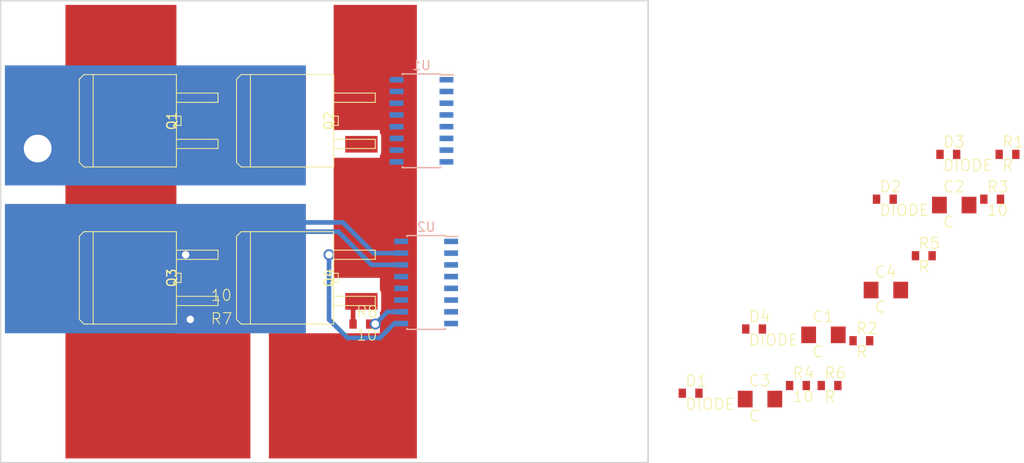
<source format=kicad_pcb>
(kicad_pcb (version 4) (host pcbnew 4.0.7)

  (general
    (links 35)
    (no_connects 27)
    (area -0.075001 -0.075001 50.075001 70.075001)
    (thickness 1.6)
    (drawings 4)
    (tracks 36)
    (zones 0)
    (modules 22)
    (nets 22)
  )

  (page A4)
  (layers
    (0 F.Cu signal)
    (31 B.Cu signal)
    (32 B.Adhes user)
    (33 F.Adhes user)
    (34 B.Paste user)
    (35 F.Paste user)
    (36 B.SilkS user)
    (37 F.SilkS user)
    (38 B.Mask user)
    (39 F.Mask user)
    (40 Dwgs.User user)
    (41 Cmts.User user)
    (42 Eco1.User user)
    (43 Eco2.User user)
    (44 Edge.Cuts user)
    (45 Margin user)
    (46 B.CrtYd user)
    (47 F.CrtYd user)
    (48 B.Fab user)
    (49 F.Fab user)
  )

  (setup
    (last_trace_width 0.5)
    (user_trace_width 0.5)
    (user_trace_width 1)
    (trace_clearance 0.2)
    (zone_clearance 0.38)
    (zone_45_only no)
    (trace_min 0.2)
    (segment_width 0.2)
    (edge_width 0.15)
    (via_size 0.6)
    (via_drill 0.4)
    (via_min_size 0.4)
    (via_min_drill 0.3)
    (user_via 1.2 0.8)
    (user_via 4 3)
    (uvia_size 0.3)
    (uvia_drill 0.1)
    (uvias_allowed no)
    (uvia_min_size 0.2)
    (uvia_min_drill 0.1)
    (pcb_text_width 0.3)
    (pcb_text_size 1.5 1.5)
    (mod_edge_width 0.15)
    (mod_text_size 1 1)
    (mod_text_width 0.15)
    (pad_size 1.524 1.524)
    (pad_drill 0.762)
    (pad_to_mask_clearance 0.2)
    (aux_axis_origin 0 0)
    (visible_elements 7FFFF7FF)
    (pcbplotparams
      (layerselection 0x00030_80000001)
      (usegerberextensions false)
      (excludeedgelayer true)
      (linewidth 0.100000)
      (plotframeref false)
      (viasonmask false)
      (mode 1)
      (useauxorigin false)
      (hpglpennumber 1)
      (hpglpenspeed 20)
      (hpglpendiameter 15)
      (hpglpenoverlay 2)
      (psnegative false)
      (psa4output false)
      (plotreference true)
      (plotvalue true)
      (plotinvisibletext false)
      (padsonsilk false)
      (subtractmaskfromsilk false)
      (outputformat 1)
      (mirror false)
      (drillshape 1)
      (scaleselection 1)
      (outputdirectory ""))
  )

  (net 0 "")
  (net 1 "Net-(C1-Pad1)")
  (net 2 "Net-(C2-Pad1)")
  (net 3 GNDPWR)
  (net 4 "Net-(C3-Pad1)")
  (net 5 "Net-(C4-Pad1)")
  (net 6 "Net-(D1-Pad2)")
  (net 7 "Net-(D2-Pad2)")
  (net 8 "Net-(D3-Pad2)")
  (net 9 "Net-(D4-Pad2)")
  (net 10 "Net-(Q1-PadG)")
  (net 11 +BATT)
  (net 12 "Net-(Q2-PadG)")
  (net 13 "Net-(Q3-PadG)")
  (net 14 "Net-(Q4-PadG)")
  (net 15 /GD_12V)
  (net 16 /OUT_A)
  (net 17 /OUT_B)
  (net 18 "Net-(R3-Pad2)")
  (net 19 "Net-(R4-Pad2)")
  (net 20 "Net-(R7-Pad2)")
  (net 21 "Net-(R8-Pad2)")

  (net_class Default "これは標準のネット クラスです。"
    (clearance 0.2)
    (trace_width 0.25)
    (via_dia 0.6)
    (via_drill 0.4)
    (uvia_dia 0.3)
    (uvia_drill 0.1)
    (add_net +BATT)
    (add_net /GD_12V)
    (add_net /OUT_A)
    (add_net /OUT_B)
    (add_net GNDPWR)
    (add_net "Net-(C1-Pad1)")
    (add_net "Net-(C2-Pad1)")
    (add_net "Net-(C3-Pad1)")
    (add_net "Net-(C4-Pad1)")
    (add_net "Net-(D1-Pad2)")
    (add_net "Net-(D2-Pad2)")
    (add_net "Net-(D3-Pad2)")
    (add_net "Net-(D4-Pad2)")
    (add_net "Net-(Q1-PadG)")
    (add_net "Net-(Q2-PadG)")
    (add_net "Net-(Q3-PadG)")
    (add_net "Net-(Q4-PadG)")
    (add_net "Net-(R3-Pad2)")
    (add_net "Net-(R4-Pad2)")
    (add_net "Net-(R7-Pad2)")
    (add_net "Net-(R8-Pad2)")
  )

  (module RP_KiCAD_Libs:C3216 (layer F.Cu) (tedit 0) (tstamp 58D1A076)
    (at 77.21 42.9194)
    (descr <b>CAPACITOR</b>)
    (path /58D11D28)
    (fp_text reference C1 (at -1.27 -1.27) (layer F.SilkS)
      (effects (font (size 1.2065 1.2065) (thickness 0.1016)) (justify left bottom))
    )
    (fp_text value C (at -1.27 2.54) (layer F.SilkS)
      (effects (font (size 1.2065 1.2065) (thickness 0.1016)) (justify left bottom))
    )
    (fp_line (start -0.965 -0.787) (end 0.965 -0.787) (layer Dwgs.User) (width 0.1016))
    (fp_line (start -0.965 0.787) (end 0.965 0.787) (layer Dwgs.User) (width 0.1016))
    (fp_poly (pts (xy -1.7018 0.8509) (xy -0.9517 0.8509) (xy -0.9517 -0.8491) (xy -1.7018 -0.8491)) (layer Dwgs.User) (width 0))
    (fp_poly (pts (xy 0.9517 0.8491) (xy 1.7018 0.8491) (xy 1.7018 -0.8509) (xy 0.9517 -0.8509)) (layer Dwgs.User) (width 0))
    (fp_poly (pts (xy -0.3 0.5001) (xy 0.3 0.5001) (xy 0.3 -0.5001) (xy -0.3 -0.5001)) (layer F.Adhes) (width 0))
    (pad 1 smd rect (at -1.6 0) (size 1.6 1.8) (layers F.Cu F.Paste F.Mask)
      (net 1 "Net-(C1-Pad1)"))
    (pad 2 smd rect (at 1.6 0) (size 1.6 1.8) (layers F.Cu F.Paste F.Mask)
      (net 16 /OUT_A))
    (model Resistors_SMD.3dshapes/R_1206.wrl
      (at (xyz 0 0 0))
      (scale (xyz 1 1 1))
      (rotate (xyz 0 0 0))
    )
  )

  (module RP_KiCAD_Libs:C3216 (layer F.Cu) (tedit 0) (tstamp 58D1A07C)
    (at 91.35 28.8694)
    (descr <b>CAPACITOR</b>)
    (path /58D121AD)
    (fp_text reference C2 (at -1.27 -1.27) (layer F.SilkS)
      (effects (font (size 1.2065 1.2065) (thickness 0.1016)) (justify left bottom))
    )
    (fp_text value C (at -1.27 2.54) (layer F.SilkS)
      (effects (font (size 1.2065 1.2065) (thickness 0.1016)) (justify left bottom))
    )
    (fp_line (start -0.965 -0.787) (end 0.965 -0.787) (layer Dwgs.User) (width 0.1016))
    (fp_line (start -0.965 0.787) (end 0.965 0.787) (layer Dwgs.User) (width 0.1016))
    (fp_poly (pts (xy -1.7018 0.8509) (xy -0.9517 0.8509) (xy -0.9517 -0.8491) (xy -1.7018 -0.8491)) (layer Dwgs.User) (width 0))
    (fp_poly (pts (xy 0.9517 0.8491) (xy 1.7018 0.8491) (xy 1.7018 -0.8509) (xy 0.9517 -0.8509)) (layer Dwgs.User) (width 0))
    (fp_poly (pts (xy -0.3 0.5001) (xy 0.3 0.5001) (xy 0.3 -0.5001) (xy -0.3 -0.5001)) (layer F.Adhes) (width 0))
    (pad 1 smd rect (at -1.6 0) (size 1.6 1.8) (layers F.Cu F.Paste F.Mask)
      (net 2 "Net-(C2-Pad1)"))
    (pad 2 smd rect (at 1.6 0) (size 1.6 1.8) (layers F.Cu F.Paste F.Mask)
      (net 3 GNDPWR))
    (model Resistors_SMD.3dshapes/R_1206.wrl
      (at (xyz 0 0 0))
      (scale (xyz 1 1 1))
      (rotate (xyz 0 0 0))
    )
  )

  (module RP_KiCAD_Libs:C3216 (layer F.Cu) (tedit 0) (tstamp 58D1A082)
    (at 70.35 49.8694)
    (descr <b>CAPACITOR</b>)
    (path /58D1AA0D)
    (fp_text reference C3 (at -1.27 -1.27) (layer F.SilkS)
      (effects (font (size 1.2065 1.2065) (thickness 0.1016)) (justify left bottom))
    )
    (fp_text value C (at -1.27 2.54) (layer F.SilkS)
      (effects (font (size 1.2065 1.2065) (thickness 0.1016)) (justify left bottom))
    )
    (fp_line (start -0.965 -0.787) (end 0.965 -0.787) (layer Dwgs.User) (width 0.1016))
    (fp_line (start -0.965 0.787) (end 0.965 0.787) (layer Dwgs.User) (width 0.1016))
    (fp_poly (pts (xy -1.7018 0.8509) (xy -0.9517 0.8509) (xy -0.9517 -0.8491) (xy -1.7018 -0.8491)) (layer Dwgs.User) (width 0))
    (fp_poly (pts (xy 0.9517 0.8491) (xy 1.7018 0.8491) (xy 1.7018 -0.8509) (xy 0.9517 -0.8509)) (layer Dwgs.User) (width 0))
    (fp_poly (pts (xy -0.3 0.5001) (xy 0.3 0.5001) (xy 0.3 -0.5001) (xy -0.3 -0.5001)) (layer F.Adhes) (width 0))
    (pad 1 smd rect (at -1.6 0) (size 1.6 1.8) (layers F.Cu F.Paste F.Mask)
      (net 4 "Net-(C3-Pad1)"))
    (pad 2 smd rect (at 1.6 0) (size 1.6 1.8) (layers F.Cu F.Paste F.Mask)
      (net 17 /OUT_B))
    (model Resistors_SMD.3dshapes/R_1206.wrl
      (at (xyz 0 0 0))
      (scale (xyz 1 1 1))
      (rotate (xyz 0 0 0))
    )
  )

  (module RP_KiCAD_Libs:C3216 (layer F.Cu) (tedit 0) (tstamp 58D1A088)
    (at 83.96 38.0694)
    (descr <b>CAPACITOR</b>)
    (path /58D1AA3F)
    (fp_text reference C4 (at -1.27 -1.27) (layer F.SilkS)
      (effects (font (size 1.2065 1.2065) (thickness 0.1016)) (justify left bottom))
    )
    (fp_text value C (at -1.27 2.54) (layer F.SilkS)
      (effects (font (size 1.2065 1.2065) (thickness 0.1016)) (justify left bottom))
    )
    (fp_line (start -0.965 -0.787) (end 0.965 -0.787) (layer Dwgs.User) (width 0.1016))
    (fp_line (start -0.965 0.787) (end 0.965 0.787) (layer Dwgs.User) (width 0.1016))
    (fp_poly (pts (xy -1.7018 0.8509) (xy -0.9517 0.8509) (xy -0.9517 -0.8491) (xy -1.7018 -0.8491)) (layer Dwgs.User) (width 0))
    (fp_poly (pts (xy 0.9517 0.8491) (xy 1.7018 0.8491) (xy 1.7018 -0.8509) (xy 0.9517 -0.8509)) (layer Dwgs.User) (width 0))
    (fp_poly (pts (xy -0.3 0.5001) (xy 0.3 0.5001) (xy 0.3 -0.5001) (xy -0.3 -0.5001)) (layer F.Adhes) (width 0))
    (pad 1 smd rect (at -1.6 0) (size 1.6 1.8) (layers F.Cu F.Paste F.Mask)
      (net 5 "Net-(C4-Pad1)"))
    (pad 2 smd rect (at 1.6 0) (size 1.6 1.8) (layers F.Cu F.Paste F.Mask)
      (net 3 GNDPWR))
    (model Resistors_SMD.3dshapes/R_1206.wrl
      (at (xyz 0 0 0))
      (scale (xyz 1 1 1))
      (rotate (xyz 0 0 0))
    )
  )

  (module RP_KiCAD_Libs:C1608_WP (layer F.Cu) (tedit 57C3E677) (tstamp 58D1A08E)
    (at 62.85 49.2344)
    (descr <b>CAPACITOR</b>)
    (path /58D11F41)
    (fp_text reference D1 (at -0.635 -0.635) (layer F.SilkS)
      (effects (font (size 1.2065 1.2065) (thickness 0.1016)) (justify left bottom))
    )
    (fp_text value DIODE (at -0.635 1.905) (layer F.SilkS)
      (effects (font (size 1.2065 1.2065) (thickness 0.1016)) (justify left bottom))
    )
    (fp_line (start -0.356 -0.432) (end 0.356 -0.432) (layer Dwgs.User) (width 0.1016))
    (fp_line (start -0.356 0.419) (end 0.356 0.419) (layer Dwgs.User) (width 0.1016))
    (fp_poly (pts (xy -0.8382 0.4699) (xy -0.3381 0.4699) (xy -0.3381 -0.4801) (xy -0.8382 -0.4801)) (layer Dwgs.User) (width 0))
    (fp_poly (pts (xy 0.3302 0.4699) (xy 0.8303 0.4699) (xy 0.8303 -0.4801) (xy 0.3302 -0.4801)) (layer Dwgs.User) (width 0))
    (fp_poly (pts (xy -0.1999 0.3) (xy 0.1999 0.3) (xy 0.1999 -0.3) (xy -0.1999 -0.3)) (layer F.Adhes) (width 0))
    (pad 1 smd rect (at -0.9 0) (size 0.8 1) (layers F.Cu F.Paste F.Mask)
      (net 1 "Net-(C1-Pad1)"))
    (pad 2 smd rect (at 0.9 0) (size 0.8 1) (layers F.Cu F.Paste F.Mask)
      (net 6 "Net-(D1-Pad2)"))
    (model Resistors_SMD.3dshapes/R_0603.wrl
      (at (xyz 0 0 0))
      (scale (xyz 1 1 1))
      (rotate (xyz 0 0 0))
    )
  )

  (module RP_KiCAD_Libs:C1608_WP (layer F.Cu) (tedit 57C3E677) (tstamp 58D1A094)
    (at 83.85 28.2344)
    (descr <b>CAPACITOR</b>)
    (path /58D121C4)
    (fp_text reference D2 (at -0.635 -0.635) (layer F.SilkS)
      (effects (font (size 1.2065 1.2065) (thickness 0.1016)) (justify left bottom))
    )
    (fp_text value DIODE (at -0.635 1.905) (layer F.SilkS)
      (effects (font (size 1.2065 1.2065) (thickness 0.1016)) (justify left bottom))
    )
    (fp_line (start -0.356 -0.432) (end 0.356 -0.432) (layer Dwgs.User) (width 0.1016))
    (fp_line (start -0.356 0.419) (end 0.356 0.419) (layer Dwgs.User) (width 0.1016))
    (fp_poly (pts (xy -0.8382 0.4699) (xy -0.3381 0.4699) (xy -0.3381 -0.4801) (xy -0.8382 -0.4801)) (layer Dwgs.User) (width 0))
    (fp_poly (pts (xy 0.3302 0.4699) (xy 0.8303 0.4699) (xy 0.8303 -0.4801) (xy 0.3302 -0.4801)) (layer Dwgs.User) (width 0))
    (fp_poly (pts (xy -0.1999 0.3) (xy 0.1999 0.3) (xy 0.1999 -0.3) (xy -0.1999 -0.3)) (layer F.Adhes) (width 0))
    (pad 1 smd rect (at -0.9 0) (size 0.8 1) (layers F.Cu F.Paste F.Mask)
      (net 2 "Net-(C2-Pad1)"))
    (pad 2 smd rect (at 0.9 0) (size 0.8 1) (layers F.Cu F.Paste F.Mask)
      (net 7 "Net-(D2-Pad2)"))
    (model Resistors_SMD.3dshapes/R_0603.wrl
      (at (xyz 0 0 0))
      (scale (xyz 1 1 1))
      (rotate (xyz 0 0 0))
    )
  )

  (module RP_KiCAD_Libs:C1608_WP (layer F.Cu) (tedit 57C3E677) (tstamp 58D1A09A)
    (at 90.71 23.3844)
    (descr <b>CAPACITOR</b>)
    (path /58D1AA23)
    (fp_text reference D3 (at -0.635 -0.635) (layer F.SilkS)
      (effects (font (size 1.2065 1.2065) (thickness 0.1016)) (justify left bottom))
    )
    (fp_text value DIODE (at -0.635 1.905) (layer F.SilkS)
      (effects (font (size 1.2065 1.2065) (thickness 0.1016)) (justify left bottom))
    )
    (fp_line (start -0.356 -0.432) (end 0.356 -0.432) (layer Dwgs.User) (width 0.1016))
    (fp_line (start -0.356 0.419) (end 0.356 0.419) (layer Dwgs.User) (width 0.1016))
    (fp_poly (pts (xy -0.8382 0.4699) (xy -0.3381 0.4699) (xy -0.3381 -0.4801) (xy -0.8382 -0.4801)) (layer Dwgs.User) (width 0))
    (fp_poly (pts (xy 0.3302 0.4699) (xy 0.8303 0.4699) (xy 0.8303 -0.4801) (xy 0.3302 -0.4801)) (layer Dwgs.User) (width 0))
    (fp_poly (pts (xy -0.1999 0.3) (xy 0.1999 0.3) (xy 0.1999 -0.3) (xy -0.1999 -0.3)) (layer F.Adhes) (width 0))
    (pad 1 smd rect (at -0.9 0) (size 0.8 1) (layers F.Cu F.Paste F.Mask)
      (net 4 "Net-(C3-Pad1)"))
    (pad 2 smd rect (at 0.9 0) (size 0.8 1) (layers F.Cu F.Paste F.Mask)
      (net 8 "Net-(D3-Pad2)"))
    (model Resistors_SMD.3dshapes/R_0603.wrl
      (at (xyz 0 0 0))
      (scale (xyz 1 1 1))
      (rotate (xyz 0 0 0))
    )
  )

  (module RP_KiCAD_Libs:C1608_WP (layer F.Cu) (tedit 57C3E677) (tstamp 58D1A0A0)
    (at 69.71 42.2844)
    (descr <b>CAPACITOR</b>)
    (path /58D1AA55)
    (fp_text reference D4 (at -0.635 -0.635) (layer F.SilkS)
      (effects (font (size 1.2065 1.2065) (thickness 0.1016)) (justify left bottom))
    )
    (fp_text value DIODE (at -0.635 1.905) (layer F.SilkS)
      (effects (font (size 1.2065 1.2065) (thickness 0.1016)) (justify left bottom))
    )
    (fp_line (start -0.356 -0.432) (end 0.356 -0.432) (layer Dwgs.User) (width 0.1016))
    (fp_line (start -0.356 0.419) (end 0.356 0.419) (layer Dwgs.User) (width 0.1016))
    (fp_poly (pts (xy -0.8382 0.4699) (xy -0.3381 0.4699) (xy -0.3381 -0.4801) (xy -0.8382 -0.4801)) (layer Dwgs.User) (width 0))
    (fp_poly (pts (xy 0.3302 0.4699) (xy 0.8303 0.4699) (xy 0.8303 -0.4801) (xy 0.3302 -0.4801)) (layer Dwgs.User) (width 0))
    (fp_poly (pts (xy -0.1999 0.3) (xy 0.1999 0.3) (xy 0.1999 -0.3) (xy -0.1999 -0.3)) (layer F.Adhes) (width 0))
    (pad 1 smd rect (at -0.9 0) (size 0.8 1) (layers F.Cu F.Paste F.Mask)
      (net 5 "Net-(C4-Pad1)"))
    (pad 2 smd rect (at 0.9 0) (size 0.8 1) (layers F.Cu F.Paste F.Mask)
      (net 9 "Net-(D4-Pad2)"))
    (model Resistors_SMD.3dshapes/R_0603.wrl
      (at (xyz 0 0 0))
      (scale (xyz 1 1 1))
      (rotate (xyz 0 0 0))
    )
  )

  (module TO_SOT_Packages_SMD:D2-PAK_compact (layer F.Cu) (tedit 58946811) (tstamp 58D1A0BF)
    (at 7.25 19.75 90)
    (descr D2Pak_compact)
    (path /58D11C89)
    (attr smd)
    (fp_text reference Q1 (at 0 -0.5 90) (layer F.SilkS)
      (effects (font (size 1 1) (thickness 0.15)))
    )
    (fp_text value MOSFET_N (at 0 -2 90) (layer F.Fab)
      (effects (font (size 1 1) (thickness 0.15)))
    )
    (fp_line (start -0.5 0) (end -0.5 0.5) (layer F.SilkS) (width 0.1))
    (fp_line (start -0.5 0.5) (end 0.5 0.5) (layer F.SilkS) (width 0.1))
    (fp_line (start 0.5 0.5) (end 0.5 0) (layer F.SilkS) (width 0.1))
    (fp_line (start 2 0) (end 2 4.5) (layer F.SilkS) (width 0.1))
    (fp_line (start 2 4.5) (end 3 4.5) (layer F.SilkS) (width 0.1))
    (fp_line (start 3 4.5) (end 3 0) (layer F.SilkS) (width 0.1))
    (fp_line (start -3 0) (end -3 4.5) (layer F.SilkS) (width 0.1))
    (fp_line (start -3 4.5) (end -2 4.5) (layer F.SilkS) (width 0.1))
    (fp_line (start -2 4.5) (end -2 0) (layer F.SilkS) (width 0.1))
    (fp_line (start 4.5 -10.5) (end -4.5 -10.5) (layer F.SilkS) (width 0.1))
    (fp_line (start -4.5 -10.5) (end -5 -10) (layer F.SilkS) (width 0.1))
    (fp_line (start 5 -10) (end 4.5 -10.5) (layer F.SilkS) (width 0.1))
    (fp_line (start 5 -9) (end 5 -10) (layer F.SilkS) (width 0.1))
    (fp_line (start -5 -9) (end -5 -10) (layer F.SilkS) (width 0.1))
    (fp_line (start -5 -9) (end -5 0) (layer F.SilkS) (width 0.1))
    (fp_line (start 5 -9) (end -5 -9) (layer F.SilkS) (width 0.1))
    (fp_line (start 5 0) (end 5 -9) (layer F.SilkS) (width 0.1))
    (fp_line (start 5 0) (end -5 0) (layer F.SilkS) (width 0.1))
    (pad G smd rect (at -2.54 3 90) (size 1.8 3.5) (layers F.Cu F.Paste F.Mask)
      (net 10 "Net-(Q1-PadG)"))
    (pad S smd rect (at 2.54 3 90) (size 3 3.5) (layers F.Cu F.Paste F.Mask)
      (net 16 /OUT_A))
    (pad D smd rect (at 0 -7 90) (size 10 8) (layers F.Cu F.Paste F.Mask)
      (net 11 +BATT))
    (model TO_SOT_Packages_SMD.3dshapes/SOT-404.wrl
      (at (xyz 0 0.075 0))
      (scale (xyz 1 1 1))
      (rotate (xyz 0 0 0))
    )
  )

  (module TO_SOT_Packages_SMD:D2-PAK_compact (layer F.Cu) (tedit 58946811) (tstamp 58D1A0C6)
    (at 24.25 19.75 90)
    (descr D2Pak_compact)
    (path /58D121A1)
    (attr smd)
    (fp_text reference Q2 (at 0 -0.5 90) (layer F.SilkS)
      (effects (font (size 1 1) (thickness 0.15)))
    )
    (fp_text value MOSFET_N (at 0 -2 90) (layer F.Fab)
      (effects (font (size 1 1) (thickness 0.15)))
    )
    (fp_line (start -0.5 0) (end -0.5 0.5) (layer F.SilkS) (width 0.1))
    (fp_line (start -0.5 0.5) (end 0.5 0.5) (layer F.SilkS) (width 0.1))
    (fp_line (start 0.5 0.5) (end 0.5 0) (layer F.SilkS) (width 0.1))
    (fp_line (start 2 0) (end 2 4.5) (layer F.SilkS) (width 0.1))
    (fp_line (start 2 4.5) (end 3 4.5) (layer F.SilkS) (width 0.1))
    (fp_line (start 3 4.5) (end 3 0) (layer F.SilkS) (width 0.1))
    (fp_line (start -3 0) (end -3 4.5) (layer F.SilkS) (width 0.1))
    (fp_line (start -3 4.5) (end -2 4.5) (layer F.SilkS) (width 0.1))
    (fp_line (start -2 4.5) (end -2 0) (layer F.SilkS) (width 0.1))
    (fp_line (start 4.5 -10.5) (end -4.5 -10.5) (layer F.SilkS) (width 0.1))
    (fp_line (start -4.5 -10.5) (end -5 -10) (layer F.SilkS) (width 0.1))
    (fp_line (start 5 -10) (end 4.5 -10.5) (layer F.SilkS) (width 0.1))
    (fp_line (start 5 -9) (end 5 -10) (layer F.SilkS) (width 0.1))
    (fp_line (start -5 -9) (end -5 -10) (layer F.SilkS) (width 0.1))
    (fp_line (start -5 -9) (end -5 0) (layer F.SilkS) (width 0.1))
    (fp_line (start 5 -9) (end -5 -9) (layer F.SilkS) (width 0.1))
    (fp_line (start 5 0) (end 5 -9) (layer F.SilkS) (width 0.1))
    (fp_line (start 5 0) (end -5 0) (layer F.SilkS) (width 0.1))
    (pad G smd rect (at -2.54 3 90) (size 1.8 3.5) (layers F.Cu F.Paste F.Mask)
      (net 12 "Net-(Q2-PadG)"))
    (pad S smd rect (at 2.54 3 90) (size 3 3.5) (layers F.Cu F.Paste F.Mask)
      (net 3 GNDPWR))
    (pad D smd rect (at 0 -7 90) (size 10 8) (layers F.Cu F.Paste F.Mask)
      (net 16 /OUT_A))
    (model TO_SOT_Packages_SMD.3dshapes/SOT-404.wrl
      (at (xyz 0 0.075 0))
      (scale (xyz 1 1 1))
      (rotate (xyz 0 0 0))
    )
  )

  (module TO_SOT_Packages_SMD:D2-PAK_compact (layer F.Cu) (tedit 58946811) (tstamp 58D1A0CD)
    (at 7.25 36.75 90)
    (descr D2Pak_compact)
    (path /58D1AA01)
    (attr smd)
    (fp_text reference Q3 (at 0 -0.5 90) (layer F.SilkS)
      (effects (font (size 1 1) (thickness 0.15)))
    )
    (fp_text value MOSFET_N (at 0 -2 90) (layer F.Fab)
      (effects (font (size 1 1) (thickness 0.15)))
    )
    (fp_line (start -0.5 0) (end -0.5 0.5) (layer F.SilkS) (width 0.1))
    (fp_line (start -0.5 0.5) (end 0.5 0.5) (layer F.SilkS) (width 0.1))
    (fp_line (start 0.5 0.5) (end 0.5 0) (layer F.SilkS) (width 0.1))
    (fp_line (start 2 0) (end 2 4.5) (layer F.SilkS) (width 0.1))
    (fp_line (start 2 4.5) (end 3 4.5) (layer F.SilkS) (width 0.1))
    (fp_line (start 3 4.5) (end 3 0) (layer F.SilkS) (width 0.1))
    (fp_line (start -3 0) (end -3 4.5) (layer F.SilkS) (width 0.1))
    (fp_line (start -3 4.5) (end -2 4.5) (layer F.SilkS) (width 0.1))
    (fp_line (start -2 4.5) (end -2 0) (layer F.SilkS) (width 0.1))
    (fp_line (start 4.5 -10.5) (end -4.5 -10.5) (layer F.SilkS) (width 0.1))
    (fp_line (start -4.5 -10.5) (end -5 -10) (layer F.SilkS) (width 0.1))
    (fp_line (start 5 -10) (end 4.5 -10.5) (layer F.SilkS) (width 0.1))
    (fp_line (start 5 -9) (end 5 -10) (layer F.SilkS) (width 0.1))
    (fp_line (start -5 -9) (end -5 -10) (layer F.SilkS) (width 0.1))
    (fp_line (start -5 -9) (end -5 0) (layer F.SilkS) (width 0.1))
    (fp_line (start 5 -9) (end -5 -9) (layer F.SilkS) (width 0.1))
    (fp_line (start 5 0) (end 5 -9) (layer F.SilkS) (width 0.1))
    (fp_line (start 5 0) (end -5 0) (layer F.SilkS) (width 0.1))
    (pad G smd rect (at -2.54 3 90) (size 1.8 3.5) (layers F.Cu F.Paste F.Mask)
      (net 13 "Net-(Q3-PadG)"))
    (pad S smd rect (at 2.54 3 90) (size 3 3.5) (layers F.Cu F.Paste F.Mask)
      (net 17 /OUT_B))
    (pad D smd rect (at 0 -7 90) (size 10 8) (layers F.Cu F.Paste F.Mask)
      (net 11 +BATT))
    (model TO_SOT_Packages_SMD.3dshapes/SOT-404.wrl
      (at (xyz 0 0.075 0))
      (scale (xyz 1 1 1))
      (rotate (xyz 0 0 0))
    )
  )

  (module TO_SOT_Packages_SMD:D2-PAK_compact (layer F.Cu) (tedit 58946811) (tstamp 58D1A0D4)
    (at 24.25 36.75 90)
    (descr D2Pak_compact)
    (path /58D1AA33)
    (attr smd)
    (fp_text reference Q4 (at 0 -0.5 90) (layer F.SilkS)
      (effects (font (size 1 1) (thickness 0.15)))
    )
    (fp_text value MOSFET_N (at 0 -2 90) (layer F.Fab)
      (effects (font (size 1 1) (thickness 0.15)))
    )
    (fp_line (start -0.5 0) (end -0.5 0.5) (layer F.SilkS) (width 0.1))
    (fp_line (start -0.5 0.5) (end 0.5 0.5) (layer F.SilkS) (width 0.1))
    (fp_line (start 0.5 0.5) (end 0.5 0) (layer F.SilkS) (width 0.1))
    (fp_line (start 2 0) (end 2 4.5) (layer F.SilkS) (width 0.1))
    (fp_line (start 2 4.5) (end 3 4.5) (layer F.SilkS) (width 0.1))
    (fp_line (start 3 4.5) (end 3 0) (layer F.SilkS) (width 0.1))
    (fp_line (start -3 0) (end -3 4.5) (layer F.SilkS) (width 0.1))
    (fp_line (start -3 4.5) (end -2 4.5) (layer F.SilkS) (width 0.1))
    (fp_line (start -2 4.5) (end -2 0) (layer F.SilkS) (width 0.1))
    (fp_line (start 4.5 -10.5) (end -4.5 -10.5) (layer F.SilkS) (width 0.1))
    (fp_line (start -4.5 -10.5) (end -5 -10) (layer F.SilkS) (width 0.1))
    (fp_line (start 5 -10) (end 4.5 -10.5) (layer F.SilkS) (width 0.1))
    (fp_line (start 5 -9) (end 5 -10) (layer F.SilkS) (width 0.1))
    (fp_line (start -5 -9) (end -5 -10) (layer F.SilkS) (width 0.1))
    (fp_line (start -5 -9) (end -5 0) (layer F.SilkS) (width 0.1))
    (fp_line (start 5 -9) (end -5 -9) (layer F.SilkS) (width 0.1))
    (fp_line (start 5 0) (end 5 -9) (layer F.SilkS) (width 0.1))
    (fp_line (start 5 0) (end -5 0) (layer F.SilkS) (width 0.1))
    (pad G smd rect (at -2.54 3 90) (size 1.8 3.5) (layers F.Cu F.Paste F.Mask)
      (net 14 "Net-(Q4-PadG)"))
    (pad S smd rect (at 2.54 3 90) (size 3 3.5) (layers F.Cu F.Paste F.Mask)
      (net 3 GNDPWR))
    (pad D smd rect (at 0 -7 90) (size 10 8) (layers F.Cu F.Paste F.Mask)
      (net 17 /OUT_B))
    (model TO_SOT_Packages_SMD.3dshapes/SOT-404.wrl
      (at (xyz 0 0.075 0))
      (scale (xyz 1 1 1))
      (rotate (xyz 0 0 0))
    )
  )

  (module RP_KiCAD_Libs:C1608_WP (layer F.Cu) (tedit 57C3E677) (tstamp 58D1A0DA)
    (at 97.11 23.3844)
    (descr <b>CAPACITOR</b>)
    (path /58D12009)
    (fp_text reference R1 (at -0.635 -0.635) (layer F.SilkS)
      (effects (font (size 1.2065 1.2065) (thickness 0.1016)) (justify left bottom))
    )
    (fp_text value R (at -0.635 1.905) (layer F.SilkS)
      (effects (font (size 1.2065 1.2065) (thickness 0.1016)) (justify left bottom))
    )
    (fp_line (start -0.356 -0.432) (end 0.356 -0.432) (layer Dwgs.User) (width 0.1016))
    (fp_line (start -0.356 0.419) (end 0.356 0.419) (layer Dwgs.User) (width 0.1016))
    (fp_poly (pts (xy -0.8382 0.4699) (xy -0.3381 0.4699) (xy -0.3381 -0.4801) (xy -0.8382 -0.4801)) (layer Dwgs.User) (width 0))
    (fp_poly (pts (xy 0.3302 0.4699) (xy 0.8303 0.4699) (xy 0.8303 -0.4801) (xy 0.3302 -0.4801)) (layer Dwgs.User) (width 0))
    (fp_poly (pts (xy -0.1999 0.3) (xy 0.1999 0.3) (xy 0.1999 -0.3) (xy -0.1999 -0.3)) (layer F.Adhes) (width 0))
    (pad 1 smd rect (at -0.9 0) (size 0.8 1) (layers F.Cu F.Paste F.Mask)
      (net 15 /GD_12V))
    (pad 2 smd rect (at 0.9 0) (size 0.8 1) (layers F.Cu F.Paste F.Mask)
      (net 6 "Net-(D1-Pad2)"))
    (model Resistors_SMD.3dshapes/R_0603.wrl
      (at (xyz 0 0 0))
      (scale (xyz 1 1 1))
      (rotate (xyz 0 0 0))
    )
  )

  (module RP_KiCAD_Libs:C1608_WP (layer F.Cu) (tedit 57C3E677) (tstamp 58D1A0E0)
    (at 81.31 43.5544)
    (descr <b>CAPACITOR</b>)
    (path /58D121CB)
    (fp_text reference R2 (at -0.635 -0.635) (layer F.SilkS)
      (effects (font (size 1.2065 1.2065) (thickness 0.1016)) (justify left bottom))
    )
    (fp_text value R (at -0.635 1.905) (layer F.SilkS)
      (effects (font (size 1.2065 1.2065) (thickness 0.1016)) (justify left bottom))
    )
    (fp_line (start -0.356 -0.432) (end 0.356 -0.432) (layer Dwgs.User) (width 0.1016))
    (fp_line (start -0.356 0.419) (end 0.356 0.419) (layer Dwgs.User) (width 0.1016))
    (fp_poly (pts (xy -0.8382 0.4699) (xy -0.3381 0.4699) (xy -0.3381 -0.4801) (xy -0.8382 -0.4801)) (layer Dwgs.User) (width 0))
    (fp_poly (pts (xy 0.3302 0.4699) (xy 0.8303 0.4699) (xy 0.8303 -0.4801) (xy 0.3302 -0.4801)) (layer Dwgs.User) (width 0))
    (fp_poly (pts (xy -0.1999 0.3) (xy 0.1999 0.3) (xy 0.1999 -0.3) (xy -0.1999 -0.3)) (layer F.Adhes) (width 0))
    (pad 1 smd rect (at -0.9 0) (size 0.8 1) (layers F.Cu F.Paste F.Mask)
      (net 15 /GD_12V))
    (pad 2 smd rect (at 0.9 0) (size 0.8 1) (layers F.Cu F.Paste F.Mask)
      (net 7 "Net-(D2-Pad2)"))
    (model Resistors_SMD.3dshapes/R_0603.wrl
      (at (xyz 0 0 0))
      (scale (xyz 1 1 1))
      (rotate (xyz 0 0 0))
    )
  )

  (module RP_KiCAD_Libs:C1608_WP (layer F.Cu) (tedit 57C3E677) (tstamp 58D1A0E6)
    (at 95.45 28.2344)
    (descr <b>CAPACITOR</b>)
    (path /58D11E3E)
    (fp_text reference R3 (at -0.635 -0.635) (layer F.SilkS)
      (effects (font (size 1.2065 1.2065) (thickness 0.1016)) (justify left bottom))
    )
    (fp_text value 10 (at -0.635 1.905) (layer F.SilkS)
      (effects (font (size 1.2065 1.2065) (thickness 0.1016)) (justify left bottom))
    )
    (fp_line (start -0.356 -0.432) (end 0.356 -0.432) (layer Dwgs.User) (width 0.1016))
    (fp_line (start -0.356 0.419) (end 0.356 0.419) (layer Dwgs.User) (width 0.1016))
    (fp_poly (pts (xy -0.8382 0.4699) (xy -0.3381 0.4699) (xy -0.3381 -0.4801) (xy -0.8382 -0.4801)) (layer Dwgs.User) (width 0))
    (fp_poly (pts (xy 0.3302 0.4699) (xy 0.8303 0.4699) (xy 0.8303 -0.4801) (xy 0.3302 -0.4801)) (layer Dwgs.User) (width 0))
    (fp_poly (pts (xy -0.1999 0.3) (xy 0.1999 0.3) (xy 0.1999 -0.3) (xy -0.1999 -0.3)) (layer F.Adhes) (width 0))
    (pad 1 smd rect (at -0.9 0) (size 0.8 1) (layers F.Cu F.Paste F.Mask)
      (net 10 "Net-(Q1-PadG)"))
    (pad 2 smd rect (at 0.9 0) (size 0.8 1) (layers F.Cu F.Paste F.Mask)
      (net 18 "Net-(R3-Pad2)"))
    (model Resistors_SMD.3dshapes/R_0603.wrl
      (at (xyz 0 0 0))
      (scale (xyz 1 1 1))
      (rotate (xyz 0 0 0))
    )
  )

  (module RP_KiCAD_Libs:C1608_WP (layer F.Cu) (tedit 57C3E677) (tstamp 58D1A0EC)
    (at 74.45 48.4044)
    (descr <b>CAPACITOR</b>)
    (path /58D121BB)
    (fp_text reference R4 (at -0.635 -0.635) (layer F.SilkS)
      (effects (font (size 1.2065 1.2065) (thickness 0.1016)) (justify left bottom))
    )
    (fp_text value 10 (at -0.635 1.905) (layer F.SilkS)
      (effects (font (size 1.2065 1.2065) (thickness 0.1016)) (justify left bottom))
    )
    (fp_line (start -0.356 -0.432) (end 0.356 -0.432) (layer Dwgs.User) (width 0.1016))
    (fp_line (start -0.356 0.419) (end 0.356 0.419) (layer Dwgs.User) (width 0.1016))
    (fp_poly (pts (xy -0.8382 0.4699) (xy -0.3381 0.4699) (xy -0.3381 -0.4801) (xy -0.8382 -0.4801)) (layer Dwgs.User) (width 0))
    (fp_poly (pts (xy 0.3302 0.4699) (xy 0.8303 0.4699) (xy 0.8303 -0.4801) (xy 0.3302 -0.4801)) (layer Dwgs.User) (width 0))
    (fp_poly (pts (xy -0.1999 0.3) (xy 0.1999 0.3) (xy 0.1999 -0.3) (xy -0.1999 -0.3)) (layer F.Adhes) (width 0))
    (pad 1 smd rect (at -0.9 0) (size 0.8 1) (layers F.Cu F.Paste F.Mask)
      (net 12 "Net-(Q2-PadG)"))
    (pad 2 smd rect (at 0.9 0) (size 0.8 1) (layers F.Cu F.Paste F.Mask)
      (net 19 "Net-(R4-Pad2)"))
    (model Resistors_SMD.3dshapes/R_0603.wrl
      (at (xyz 0 0 0))
      (scale (xyz 1 1 1))
      (rotate (xyz 0 0 0))
    )
  )

  (module RP_KiCAD_Libs:C1608_WP (layer F.Cu) (tedit 57C3E677) (tstamp 58D1A0F2)
    (at 88.06 34.3544)
    (descr <b>CAPACITOR</b>)
    (path /58D1AA2A)
    (fp_text reference R5 (at -0.635 -0.635) (layer F.SilkS)
      (effects (font (size 1.2065 1.2065) (thickness 0.1016)) (justify left bottom))
    )
    (fp_text value R (at -0.635 1.905) (layer F.SilkS)
      (effects (font (size 1.2065 1.2065) (thickness 0.1016)) (justify left bottom))
    )
    (fp_line (start -0.356 -0.432) (end 0.356 -0.432) (layer Dwgs.User) (width 0.1016))
    (fp_line (start -0.356 0.419) (end 0.356 0.419) (layer Dwgs.User) (width 0.1016))
    (fp_poly (pts (xy -0.8382 0.4699) (xy -0.3381 0.4699) (xy -0.3381 -0.4801) (xy -0.8382 -0.4801)) (layer Dwgs.User) (width 0))
    (fp_poly (pts (xy 0.3302 0.4699) (xy 0.8303 0.4699) (xy 0.8303 -0.4801) (xy 0.3302 -0.4801)) (layer Dwgs.User) (width 0))
    (fp_poly (pts (xy -0.1999 0.3) (xy 0.1999 0.3) (xy 0.1999 -0.3) (xy -0.1999 -0.3)) (layer F.Adhes) (width 0))
    (pad 1 smd rect (at -0.9 0) (size 0.8 1) (layers F.Cu F.Paste F.Mask)
      (net 15 /GD_12V))
    (pad 2 smd rect (at 0.9 0) (size 0.8 1) (layers F.Cu F.Paste F.Mask)
      (net 8 "Net-(D3-Pad2)"))
    (model Resistors_SMD.3dshapes/R_0603.wrl
      (at (xyz 0 0 0))
      (scale (xyz 1 1 1))
      (rotate (xyz 0 0 0))
    )
  )

  (module RP_KiCAD_Libs:C1608_WP (layer F.Cu) (tedit 57C3E677) (tstamp 58D1A0F8)
    (at 77.87 48.4044)
    (descr <b>CAPACITOR</b>)
    (path /58D1AA5C)
    (fp_text reference R6 (at -0.635 -0.635) (layer F.SilkS)
      (effects (font (size 1.2065 1.2065) (thickness 0.1016)) (justify left bottom))
    )
    (fp_text value R (at -0.635 1.905) (layer F.SilkS)
      (effects (font (size 1.2065 1.2065) (thickness 0.1016)) (justify left bottom))
    )
    (fp_line (start -0.356 -0.432) (end 0.356 -0.432) (layer Dwgs.User) (width 0.1016))
    (fp_line (start -0.356 0.419) (end 0.356 0.419) (layer Dwgs.User) (width 0.1016))
    (fp_poly (pts (xy -0.8382 0.4699) (xy -0.3381 0.4699) (xy -0.3381 -0.4801) (xy -0.8382 -0.4801)) (layer Dwgs.User) (width 0))
    (fp_poly (pts (xy 0.3302 0.4699) (xy 0.8303 0.4699) (xy 0.8303 -0.4801) (xy 0.3302 -0.4801)) (layer Dwgs.User) (width 0))
    (fp_poly (pts (xy -0.1999 0.3) (xy 0.1999 0.3) (xy 0.1999 -0.3) (xy -0.1999 -0.3)) (layer F.Adhes) (width 0))
    (pad 1 smd rect (at -0.9 0) (size 0.8 1) (layers F.Cu F.Paste F.Mask)
      (net 15 /GD_12V))
    (pad 2 smd rect (at 0.9 0) (size 0.8 1) (layers F.Cu F.Paste F.Mask)
      (net 9 "Net-(D4-Pad2)"))
    (model Resistors_SMD.3dshapes/R_0603.wrl
      (at (xyz 0 0 0))
      (scale (xyz 1 1 1))
      (rotate (xyz 0 0 0))
    )
  )

  (module RP_KiCAD_Libs:C1608_WP (layer F.Cu) (tedit 57C3E677) (tstamp 58D1A0FE)
    (at 10.25 41.25 180)
    (descr <b>CAPACITOR</b>)
    (path /58D1AA1A)
    (fp_text reference R7 (at -0.635 -0.635 180) (layer F.SilkS)
      (effects (font (size 1.2065 1.2065) (thickness 0.1016)) (justify left bottom))
    )
    (fp_text value 10 (at -0.635 1.905 180) (layer F.SilkS)
      (effects (font (size 1.2065 1.2065) (thickness 0.1016)) (justify left bottom))
    )
    (fp_line (start -0.356 -0.432) (end 0.356 -0.432) (layer Dwgs.User) (width 0.1016))
    (fp_line (start -0.356 0.419) (end 0.356 0.419) (layer Dwgs.User) (width 0.1016))
    (fp_poly (pts (xy -0.8382 0.4699) (xy -0.3381 0.4699) (xy -0.3381 -0.4801) (xy -0.8382 -0.4801)) (layer Dwgs.User) (width 0))
    (fp_poly (pts (xy 0.3302 0.4699) (xy 0.8303 0.4699) (xy 0.8303 -0.4801) (xy 0.3302 -0.4801)) (layer Dwgs.User) (width 0))
    (fp_poly (pts (xy -0.1999 0.3) (xy 0.1999 0.3) (xy 0.1999 -0.3) (xy -0.1999 -0.3)) (layer F.Adhes) (width 0))
    (pad 1 smd rect (at -0.9 0 180) (size 0.8 1) (layers F.Cu F.Paste F.Mask)
      (net 13 "Net-(Q3-PadG)"))
    (pad 2 smd rect (at 0.9 0 180) (size 0.8 1) (layers F.Cu F.Paste F.Mask)
      (net 20 "Net-(R7-Pad2)"))
    (model Resistors_SMD.3dshapes/R_0603.wrl
      (at (xyz 0 0 0))
      (scale (xyz 1 1 1))
      (rotate (xyz 0 0 0))
    )
  )

  (module RP_KiCAD_Libs:C1608_WP (layer F.Cu) (tedit 57C3E677) (tstamp 58D1A104)
    (at 27.25 41.75)
    (descr <b>CAPACITOR</b>)
    (path /58D1AA4C)
    (fp_text reference R8 (at -0.635 -0.635) (layer F.SilkS)
      (effects (font (size 1.2065 1.2065) (thickness 0.1016)) (justify left bottom))
    )
    (fp_text value 10 (at -0.635 1.905) (layer F.SilkS)
      (effects (font (size 1.2065 1.2065) (thickness 0.1016)) (justify left bottom))
    )
    (fp_line (start -0.356 -0.432) (end 0.356 -0.432) (layer Dwgs.User) (width 0.1016))
    (fp_line (start -0.356 0.419) (end 0.356 0.419) (layer Dwgs.User) (width 0.1016))
    (fp_poly (pts (xy -0.8382 0.4699) (xy -0.3381 0.4699) (xy -0.3381 -0.4801) (xy -0.8382 -0.4801)) (layer Dwgs.User) (width 0))
    (fp_poly (pts (xy 0.3302 0.4699) (xy 0.8303 0.4699) (xy 0.8303 -0.4801) (xy 0.3302 -0.4801)) (layer Dwgs.User) (width 0))
    (fp_poly (pts (xy -0.1999 0.3) (xy 0.1999 0.3) (xy 0.1999 -0.3) (xy -0.1999 -0.3)) (layer F.Adhes) (width 0))
    (pad 1 smd rect (at -0.9 0) (size 0.8 1) (layers F.Cu F.Paste F.Mask)
      (net 14 "Net-(Q4-PadG)"))
    (pad 2 smd rect (at 0.9 0) (size 0.8 1) (layers F.Cu F.Paste F.Mask)
      (net 21 "Net-(R8-Pad2)"))
    (model Resistors_SMD.3dshapes/R_0603.wrl
      (at (xyz 0 0 0))
      (scale (xyz 1 1 1))
      (rotate (xyz 0 0 0))
    )
  )

  (module Housings_SOIC:SOIC-16_3.9x9.9mm_Pitch1.27mm (layer B.Cu) (tedit 54130A77) (tstamp 58D1A118)
    (at 33.75 19.75 180)
    (descr "16-Lead Plastic Small Outline (SL) - Narrow, 3.90 mm Body [SOIC] (see Microchip Packaging Specification 00000049BS.pdf)")
    (tags "SOIC 1.27")
    (path /58D11C32)
    (attr smd)
    (fp_text reference U1 (at 0 6 180) (layer B.SilkS)
      (effects (font (size 1 1) (thickness 0.15)) (justify mirror))
    )
    (fp_text value SI8234 (at 0 -6 180) (layer B.Fab)
      (effects (font (size 1 1) (thickness 0.15)) (justify mirror))
    )
    (fp_line (start -3.7 5.25) (end -3.7 -5.25) (layer B.CrtYd) (width 0.05))
    (fp_line (start 3.7 5.25) (end 3.7 -5.25) (layer B.CrtYd) (width 0.05))
    (fp_line (start -3.7 5.25) (end 3.7 5.25) (layer B.CrtYd) (width 0.05))
    (fp_line (start -3.7 -5.25) (end 3.7 -5.25) (layer B.CrtYd) (width 0.05))
    (fp_line (start -2.075 5.075) (end -2.075 4.97) (layer B.SilkS) (width 0.15))
    (fp_line (start 2.075 5.075) (end 2.075 4.97) (layer B.SilkS) (width 0.15))
    (fp_line (start 2.075 -5.075) (end 2.075 -4.97) (layer B.SilkS) (width 0.15))
    (fp_line (start -2.075 -5.075) (end -2.075 -4.97) (layer B.SilkS) (width 0.15))
    (fp_line (start -2.075 5.075) (end 2.075 5.075) (layer B.SilkS) (width 0.15))
    (fp_line (start -2.075 -5.075) (end 2.075 -5.075) (layer B.SilkS) (width 0.15))
    (fp_line (start -2.075 4.97) (end -3.45 4.97) (layer B.SilkS) (width 0.15))
    (pad 1 smd rect (at -2.7 4.445 180) (size 1.5 0.6) (layers B.Cu B.Paste B.Mask))
    (pad 2 smd rect (at -2.7 3.175 180) (size 1.5 0.6) (layers B.Cu B.Paste B.Mask))
    (pad 3 smd rect (at -2.7 1.905 180) (size 1.5 0.6) (layers B.Cu B.Paste B.Mask))
    (pad 4 smd rect (at -2.7 0.635 180) (size 1.5 0.6) (layers B.Cu B.Paste B.Mask))
    (pad 5 smd rect (at -2.7 -0.635 180) (size 1.5 0.6) (layers B.Cu B.Paste B.Mask))
    (pad 6 smd rect (at -2.7 -1.905 180) (size 1.5 0.6) (layers B.Cu B.Paste B.Mask))
    (pad 7 smd rect (at -2.7 -3.175 180) (size 1.5 0.6) (layers B.Cu B.Paste B.Mask))
    (pad 8 smd rect (at -2.7 -4.445 180) (size 1.5 0.6) (layers B.Cu B.Paste B.Mask))
    (pad 9 smd rect (at 2.7 -4.445 180) (size 1.5 0.6) (layers B.Cu B.Paste B.Mask)
      (net 3 GNDPWR))
    (pad 10 smd rect (at 2.7 -3.175 180) (size 1.5 0.6) (layers B.Cu B.Paste B.Mask)
      (net 19 "Net-(R4-Pad2)"))
    (pad 11 smd rect (at 2.7 -1.905 180) (size 1.5 0.6) (layers B.Cu B.Paste B.Mask)
      (net 2 "Net-(C2-Pad1)"))
    (pad 12 smd rect (at 2.7 -0.635 180) (size 1.5 0.6) (layers B.Cu B.Paste B.Mask))
    (pad 13 smd rect (at 2.7 0.635 180) (size 1.5 0.6) (layers B.Cu B.Paste B.Mask))
    (pad 14 smd rect (at 2.7 1.905 180) (size 1.5 0.6) (layers B.Cu B.Paste B.Mask)
      (net 16 /OUT_A))
    (pad 15 smd rect (at 2.7 3.175 180) (size 1.5 0.6) (layers B.Cu B.Paste B.Mask)
      (net 18 "Net-(R3-Pad2)"))
    (pad 16 smd rect (at 2.7 4.445 180) (size 1.5 0.6) (layers B.Cu B.Paste B.Mask)
      (net 1 "Net-(C1-Pad1)"))
    (model Housings_SOIC.3dshapes/SOIC-16_3.9x9.9mm_Pitch1.27mm.wrl
      (at (xyz 0 0 0))
      (scale (xyz 1 1 1))
      (rotate (xyz 0 0 0))
    )
  )

  (module Housings_SOIC:SOIC-16_3.9x9.9mm_Pitch1.27mm (layer B.Cu) (tedit 54130A77) (tstamp 58D1A12C)
    (at 34.25 37.25 180)
    (descr "16-Lead Plastic Small Outline (SL) - Narrow, 3.90 mm Body [SOIC] (see Microchip Packaging Specification 00000049BS.pdf)")
    (tags "SOIC 1.27")
    (path /58D1A9FB)
    (attr smd)
    (fp_text reference U2 (at 0 6 180) (layer B.SilkS)
      (effects (font (size 1 1) (thickness 0.15)) (justify mirror))
    )
    (fp_text value SI8234 (at 0 -6 180) (layer B.Fab)
      (effects (font (size 1 1) (thickness 0.15)) (justify mirror))
    )
    (fp_line (start -3.7 5.25) (end -3.7 -5.25) (layer B.CrtYd) (width 0.05))
    (fp_line (start 3.7 5.25) (end 3.7 -5.25) (layer B.CrtYd) (width 0.05))
    (fp_line (start -3.7 5.25) (end 3.7 5.25) (layer B.CrtYd) (width 0.05))
    (fp_line (start -3.7 -5.25) (end 3.7 -5.25) (layer B.CrtYd) (width 0.05))
    (fp_line (start -2.075 5.075) (end -2.075 4.97) (layer B.SilkS) (width 0.15))
    (fp_line (start 2.075 5.075) (end 2.075 4.97) (layer B.SilkS) (width 0.15))
    (fp_line (start 2.075 -5.075) (end 2.075 -4.97) (layer B.SilkS) (width 0.15))
    (fp_line (start -2.075 -5.075) (end -2.075 -4.97) (layer B.SilkS) (width 0.15))
    (fp_line (start -2.075 5.075) (end 2.075 5.075) (layer B.SilkS) (width 0.15))
    (fp_line (start -2.075 -5.075) (end 2.075 -5.075) (layer B.SilkS) (width 0.15))
    (fp_line (start -2.075 4.97) (end -3.45 4.97) (layer B.SilkS) (width 0.15))
    (pad 1 smd rect (at -2.7 4.445 180) (size 1.5 0.6) (layers B.Cu B.Paste B.Mask))
    (pad 2 smd rect (at -2.7 3.175 180) (size 1.5 0.6) (layers B.Cu B.Paste B.Mask))
    (pad 3 smd rect (at -2.7 1.905 180) (size 1.5 0.6) (layers B.Cu B.Paste B.Mask))
    (pad 4 smd rect (at -2.7 0.635 180) (size 1.5 0.6) (layers B.Cu B.Paste B.Mask))
    (pad 5 smd rect (at -2.7 -0.635 180) (size 1.5 0.6) (layers B.Cu B.Paste B.Mask))
    (pad 6 smd rect (at -2.7 -1.905 180) (size 1.5 0.6) (layers B.Cu B.Paste B.Mask))
    (pad 7 smd rect (at -2.7 -3.175 180) (size 1.5 0.6) (layers B.Cu B.Paste B.Mask))
    (pad 8 smd rect (at -2.7 -4.445 180) (size 1.5 0.6) (layers B.Cu B.Paste B.Mask))
    (pad 9 smd rect (at 2.7 -4.445 180) (size 1.5 0.6) (layers B.Cu B.Paste B.Mask)
      (net 3 GNDPWR))
    (pad 10 smd rect (at 2.7 -3.175 180) (size 1.5 0.6) (layers B.Cu B.Paste B.Mask)
      (net 21 "Net-(R8-Pad2)"))
    (pad 11 smd rect (at 2.7 -1.905 180) (size 1.5 0.6) (layers B.Cu B.Paste B.Mask)
      (net 5 "Net-(C4-Pad1)"))
    (pad 12 smd rect (at 2.7 -0.635 180) (size 1.5 0.6) (layers B.Cu B.Paste B.Mask))
    (pad 13 smd rect (at 2.7 0.635 180) (size 1.5 0.6) (layers B.Cu B.Paste B.Mask))
    (pad 14 smd rect (at 2.7 1.905 180) (size 1.5 0.6) (layers B.Cu B.Paste B.Mask)
      (net 17 /OUT_B))
    (pad 15 smd rect (at 2.7 3.175 180) (size 1.5 0.6) (layers B.Cu B.Paste B.Mask)
      (net 20 "Net-(R7-Pad2)"))
    (pad 16 smd rect (at 2.7 4.445 180) (size 1.5 0.6) (layers B.Cu B.Paste B.Mask)
      (net 4 "Net-(C3-Pad1)"))
    (model Housings_SOIC.3dshapes/SOIC-16_3.9x9.9mm_Pitch1.27mm.wrl
      (at (xyz 0 0 0))
      (scale (xyz 1 1 1))
      (rotate (xyz 0 0 0))
    )
  )

  (gr_line (start 58.25 6.75) (end -11.75 6.75) (angle 90) (layer Edge.Cuts) (width 0.15))
  (gr_line (start 58.25 56.75) (end 58.25 6.75) (angle 90) (layer Edge.Cuts) (width 0.15))
  (gr_line (start -11.75 56.75) (end 58.25 56.75) (angle 90) (layer Edge.Cuts) (width 0.15))
  (gr_line (start -11.75 56.75) (end -11.75 6.75) (angle 90) (layer Edge.Cuts) (width 0.15))

  (via (at -7.75 22.75) (size 4) (drill 3) (layers F.Cu B.Cu) (net 0))
  (segment (start 31.55 41.695) (end 30.805 41.695) (width 0.5) (layer B.Cu) (net 3))
  (segment (start 30.805 41.695) (end 29.25 43.25) (width 0.5) (layer B.Cu) (net 3) (tstamp 5ABC8E88))
  (segment (start 29.25 43.25) (end 25.75 43.25) (width 0.5) (layer B.Cu) (net 3) (tstamp 5ABC8E89))
  (segment (start 25.75 43.25) (end 23.75 41.25) (width 0.5) (layer B.Cu) (net 3) (tstamp 5ABC8E8A))
  (segment (start 23.75 41.25) (end 23.75 34.25) (width 0.5) (layer B.Cu) (net 3) (tstamp 5ABC8E8B))
  (via (at 23.75 34.25) (size 1.2) (drill 0.8) (layers F.Cu B.Cu) (net 3))
  (segment (start 23.75 34.25) (end 23.79 34.21) (width 0.5) (layer F.Cu) (net 3) (tstamp 5ABC8E8E))
  (segment (start 23.79 34.21) (end 27.25 34.21) (width 0.5) (layer F.Cu) (net 3) (tstamp 5ABC8E8F))
  (segment (start 27.25 34.21) (end 28.71 34.21) (width 0.25) (layer F.Cu) (net 3))
  (segment (start 0.25 36.75) (end 0.25 41.75) (width 0.25) (layer F.Cu) (net 11))
  (segment (start 11.15 41.25) (end 11.15 40.19) (width 0.5) (layer F.Cu) (net 13))
  (segment (start 11.15 40.19) (end 10.25 39.29) (width 0.5) (layer F.Cu) (net 13) (tstamp 5ABC8ECF))
  (segment (start 26.35 41.75) (end 26.35 40.19) (width 0.5) (layer F.Cu) (net 14))
  (segment (start 26.35 40.19) (end 27.25 39.29) (width 0.5) (layer F.Cu) (net 14) (tstamp 5ABC8E7F))
  (segment (start 31.55 35.345) (end 28.345 35.345) (width 0.5) (layer B.Cu) (net 17))
  (segment (start 8.29 34.21) (end 10.25 34.21) (width 0.5) (layer F.Cu) (net 17) (tstamp 5ABC8EE8))
  (segment (start 8.25 34.25) (end 8.29 34.21) (width 0.5) (layer F.Cu) (net 17) (tstamp 5ABC8EE7))
  (via (at 8.25 34.25) (size 1.2) (drill 0.8) (layers F.Cu B.Cu) (net 17))
  (segment (start 8.25 32.25) (end 8.25 34.25) (width 0.5) (layer B.Cu) (net 17) (tstamp 5ABC8EE5))
  (segment (start 8.75 31.75) (end 8.25 32.25) (width 0.5) (layer B.Cu) (net 17) (tstamp 5ABC8EE4))
  (segment (start 24.75 31.75) (end 8.75 31.75) (width 0.5) (layer B.Cu) (net 17) (tstamp 5ABC8EE2))
  (segment (start 28.345 35.345) (end 24.75 31.75) (width 0.5) (layer B.Cu) (net 17) (tstamp 5ABC8EE1))
  (segment (start 17.25 30.75) (end 8.25 30.75) (width 0.5) (layer B.Cu) (net 20))
  (segment (start 28.575 34.075) (end 25.25 30.75) (width 0.5) (layer B.Cu) (net 20) (tstamp 5ABC8E93))
  (segment (start 25.25 30.75) (end 17.25 30.75) (width 0.5) (layer B.Cu) (net 20) (tstamp 5ABC8E94))
  (segment (start 31.55 34.075) (end 28.575 34.075) (width 0.5) (layer B.Cu) (net 20))
  (segment (start 8.75 41.25) (end 9.35 41.25) (width 0.5) (layer F.Cu) (net 20) (tstamp 5ABC8EDE))
  (via (at 8.75 41.25) (size 1.2) (drill 0.8) (layers F.Cu B.Cu) (net 20))
  (segment (start 6.75 39.25) (end 8.75 41.25) (width 0.5) (layer B.Cu) (net 20) (tstamp 5ABC8EDB))
  (segment (start 6.75 32.25) (end 6.75 39.25) (width 0.5) (layer B.Cu) (net 20) (tstamp 5ABC8ED9))
  (segment (start 8.25 30.75) (end 6.75 32.25) (width 0.5) (layer B.Cu) (net 20) (tstamp 5ABC8ED7))
  (segment (start 28.15 41.75) (end 28.75 41.75) (width 0.5) (layer F.Cu) (net 21))
  (segment (start 30.075 40.425) (end 31.55 40.425) (width 0.5) (layer B.Cu) (net 21) (tstamp 5ABC8E85))
  (segment (start 28.75 41.75) (end 30.075 40.425) (width 0.5) (layer B.Cu) (net 21) (tstamp 5ABC8E84))
  (via (at 28.75 41.75) (size 1.2) (drill 0.8) (layers F.Cu B.Cu) (net 21))

  (zone (net 11) (net_name +BATT) (layer F.Cu) (tstamp 58D1A331) (hatch edge 0.508)
    (connect_pads yes (clearance 0.38))
    (min_thickness 0.026)
    (fill yes (arc_segments 16) (thermal_gap 0.508) (thermal_bridge_width 0.508))
    (polygon
      (pts
        (xy 7.25 6.75) (xy 7.25 42.75) (xy 15.25 42.75) (xy 15.25 56.75) (xy -4.75 56.75)
        (xy -4.75 6.75)
      )
    )
    (filled_polygon
      (pts
        (xy 7.237 7.218) (xy 7.237 42.75) (xy 7.238024 42.755058) (xy 7.240935 42.759319) (xy 7.245275 42.762111)
        (xy 7.25 42.763) (xy 15.237 42.763) (xy 15.237 56.282) (xy -4.737 56.282) (xy -4.737 7.218)
      )
    )
  )
  (zone (net 3) (net_name GNDPWR) (layer F.Cu) (tstamp 58D1A332) (hatch edge 0.508)
    (connect_pads yes (clearance 0.38))
    (min_thickness 0.026)
    (fill yes (arc_segments 16) (thermal_gap 0.508) (thermal_bridge_width 0.508))
    (polygon
      (pts
        (xy 29.25 42.75) (xy 29.25 36.75) (xy 24.25 36.75) (xy 24.25 23.75) (xy 29.25 23.75)
        (xy 29.25 20.75) (xy 24.25 20.75) (xy 24.25 6.75) (xy 33.25 6.75) (xy 33.25 56.75)
        (xy 17.25 56.75) (xy 17.25 42.75)
      )
    )
    (filled_polygon
      (pts
        (xy 29.25 42.763) (xy 29.255058 42.761976) (xy 29.259319 42.759065) (xy 29.262111 42.754725) (xy 29.263 42.75)
        (xy 29.263 40.487775) (xy 29.279396 40.477224) (xy 29.36913 40.345894) (xy 29.400699 40.19) (xy 29.400699 38.39)
        (xy 29.373296 38.244363) (xy 29.287224 38.110604) (xy 29.263 38.094052) (xy 29.263 36.75) (xy 29.261976 36.744942)
        (xy 29.259065 36.740681) (xy 29.254725 36.737889) (xy 29.25 36.737) (xy 24.263 36.737) (xy 24.263 23.763)
        (xy 29.25 23.763) (xy 29.255058 23.761976) (xy 29.259319 23.759065) (xy 29.262111 23.754725) (xy 29.263 23.75)
        (xy 29.263 23.487775) (xy 29.279396 23.477224) (xy 29.36913 23.345894) (xy 29.400699 23.19) (xy 29.400699 21.39)
        (xy 29.373296 21.244363) (xy 29.287224 21.110604) (xy 29.263 21.094052) (xy 29.263 20.75) (xy 29.261976 20.744942)
        (xy 29.259065 20.740681) (xy 29.254725 20.737889) (xy 29.25 20.737) (xy 24.263 20.737) (xy 24.263 7.218)
        (xy 33.237 7.218) (xy 33.237 56.282) (xy 17.263 56.282) (xy 17.263 42.763)
      )
    )
  )
  (zone (net 17) (net_name /OUT_B) (layer B.Cu) (tstamp 58D1A339) (hatch edge 0.508)
    (connect_pads yes (clearance 0.38))
    (min_thickness 0.026)
    (fill yes (arc_segments 16) (thermal_gap 0.508) (thermal_bridge_width 0.508))
    (polygon
      (pts
        (xy 21.25 28.75) (xy 21.25 42.75) (xy -11.75 42.75) (xy -11.75 28.75)
      )
    )
    (filled_polygon
      (pts
        (xy 21.237 28.763) (xy 21.237 42.737) (xy -11.282 42.737) (xy -11.282 28.763)
      )
    )
  )
  (zone (net 16) (net_name /OUT_A) (layer B.Cu) (tstamp 58D1A33A) (hatch edge 0.508)
    (connect_pads yes (clearance 0.38))
    (min_thickness 0.026)
    (fill yes (arc_segments 16) (thermal_gap 0.508) (thermal_bridge_width 0.508))
    (polygon
      (pts
        (xy 21.25 13.75) (xy 21.25 26.75) (xy -11.75 26.75) (xy -11.75 13.75)
      )
    )
    (filled_polygon
      (pts
        (xy 21.237 13.763) (xy 21.237 26.737) (xy -11.282 26.737) (xy -11.282 13.763)
      )
    )
  )
)

</source>
